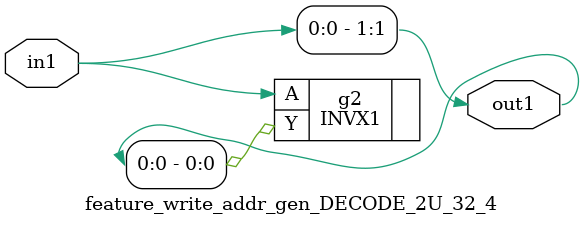
<source format=v>
`timescale 1ps / 1ps


module feature_write_addr_gen_DECODE_2U_32_4(in1, out1);
  input in1;
  output [1:0] out1;
  wire in1;
  wire [1:0] out1;
  assign out1[1] = in1;
  INVX1 g2(.A (in1), .Y (out1[0]));
endmodule



</source>
